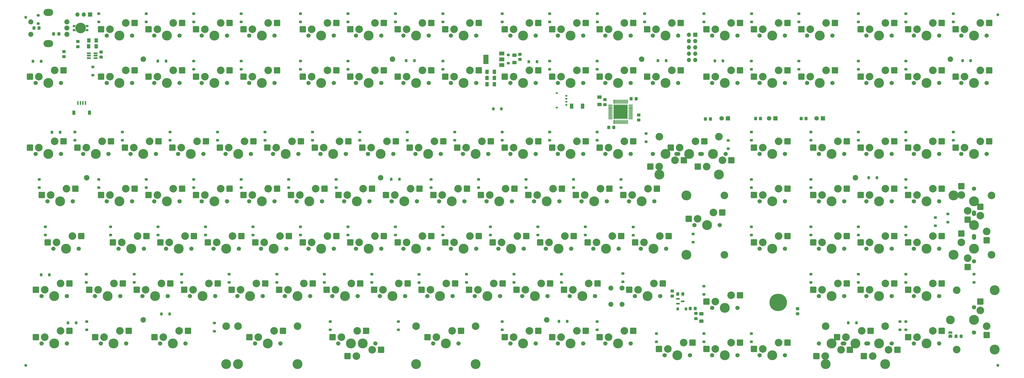
<source format=gbr>
G04 #@! TF.GenerationSoftware,KiCad,Pcbnew,7.0.2*
G04 #@! TF.CreationDate,2023-06-04T01:27:27-04:00*
G04 #@! TF.ProjectId,Boston-keyboard-V082DHI,426f7374-6f6e-42d6-9b65-79626f617264,rev?*
G04 #@! TF.SameCoordinates,Original*
G04 #@! TF.FileFunction,Soldermask,Bot*
G04 #@! TF.FilePolarity,Negative*
%FSLAX46Y46*%
G04 Gerber Fmt 4.6, Leading zero omitted, Abs format (unit mm)*
G04 Created by KiCad (PCBNEW 7.0.2) date 2023-06-04 01:27:27*
%MOMM*%
%LPD*%
G01*
G04 APERTURE LIST*
G04 Aperture macros list*
%AMRoundRect*
0 Rectangle with rounded corners*
0 $1 Rounding radius*
0 $2 $3 $4 $5 $6 $7 $8 $9 X,Y pos of 4 corners*
0 Add a 4 corners polygon primitive as box body*
4,1,4,$2,$3,$4,$5,$6,$7,$8,$9,$2,$3,0*
0 Add four circle primitives for the rounded corners*
1,1,$1+$1,$2,$3*
1,1,$1+$1,$4,$5*
1,1,$1+$1,$6,$7*
1,1,$1+$1,$8,$9*
0 Add four rect primitives between the rounded corners*
20,1,$1+$1,$2,$3,$4,$5,0*
20,1,$1+$1,$4,$5,$6,$7,0*
20,1,$1+$1,$6,$7,$8,$9,0*
20,1,$1+$1,$8,$9,$2,$3,0*%
%AMFreePoly0*
4,1,6,1.000000,0.000000,0.500000,-0.750000,-0.500000,-0.750000,-0.500000,0.750000,0.500000,0.750000,1.000000,0.000000,1.000000,0.000000,$1*%
%AMFreePoly1*
4,1,6,0.500000,-0.750000,-0.650000,-0.750000,-0.150000,0.000000,-0.650000,0.750000,0.500000,0.750000,0.500000,-0.750000,0.500000,-0.750000,$1*%
%AMFreePoly2*
4,1,28,0.525059,0.400000,0.532182,0.397024,0.539142,0.394142,0.539153,0.394113,0.539183,0.394101,0.542090,0.387022,0.545000,0.380000,0.545000,-0.380000,0.539142,-0.394142,0.525000,-0.400000,-0.650000,-0.400000,-0.664142,-0.394142,-0.670000,-0.380000,-0.664142,-0.365858,-0.650000,-0.360000,-0.645403,-0.360000,-0.649771,-0.349394,-0.646861,-0.337380,-0.596034,-0.254811,-0.509604,-0.081220,
-0.439105,0.099429,-0.385107,0.285677,-0.366569,0.380847,-0.365754,0.382315,-0.365871,0.382599,-0.359972,0.396724,-0.345813,0.402541,0.525059,0.400000,0.525059,0.400000,$1*%
%AMFreePoly3*
4,1,27,0.539142,0.394142,0.545000,0.380000,0.545000,-0.380000,0.542090,-0.387022,0.539183,-0.394101,0.539153,-0.394113,0.539142,-0.394142,0.532182,-0.397024,0.525059,-0.400000,-0.345813,-0.402541,-0.359972,-0.396724,-0.365871,-0.382599,-0.360054,-0.368440,-0.356003,-0.366748,-0.366375,-0.362091,-0.372521,-0.351367,-0.392501,-0.256009,-0.449448,-0.069660,-0.522971,0.110794,-0.612470,0.283880,
-0.664821,0.366049,-0.665820,0.369911,-0.670000,0.380000,-0.664142,0.394142,-0.650000,0.400000,0.525000,0.400000,0.539142,0.394142,0.539142,0.394142,$1*%
%AMFreePoly4*
4,1,31,0.319736,0.407785,0.429772,0.357533,0.521194,0.278316,0.586594,0.176551,0.620674,0.060484,0.620674,-0.060484,0.586594,-0.176551,0.521194,-0.278316,0.429772,-0.357533,0.319736,-0.407785,0.199999,-0.425000,-0.575001,-0.424979,-0.592678,-0.417657,-0.600000,-0.399978,-0.592678,-0.382301,-0.590938,-0.381580,-0.588854,-0.372453,-0.535362,-0.282963,-0.445108,-0.094990,-0.372348,0.100422,
-0.317686,0.301647,-0.299623,0.404329,-0.293189,0.416443,-0.292678,0.417678,-0.292493,0.417754,-0.292376,0.417975,-0.278492,0.424755,-0.276455,0.424396,-0.275000,0.425000,0.200000,0.425000,0.319736,0.407785,0.319736,0.407785,$1*%
G04 Aperture macros list end*
%ADD10C,0.800000*%
%ADD11C,7.000000*%
%ADD12C,2.200000*%
%ADD13R,1.800000X1.800000*%
%ADD14C,1.800000*%
%ADD15C,1.152000*%
%ADD16C,2.000000*%
%ADD17R,1.700000X1.700000*%
%ADD18O,1.700000X1.700000*%
%ADD19C,3.500000*%
%ADD20RoundRect,0.250000X-0.350000X0.250000X-0.350000X-0.250000X0.350000X-0.250000X0.350000X0.250000X0*%
%ADD21C,1.701800*%
%ADD22C,3.048000*%
%ADD23C,3.987800*%
%ADD24RoundRect,0.254000X1.016000X1.016000X-1.016000X1.016000X-1.016000X-1.016000X1.016000X-1.016000X0*%
%ADD25RoundRect,0.250001X0.624999X-0.462499X0.624999X0.462499X-0.624999X0.462499X-0.624999X-0.462499X0*%
%ADD26RoundRect,0.250000X0.250000X0.350000X-0.250000X0.350000X-0.250000X-0.350000X0.250000X-0.350000X0*%
%ADD27RoundRect,0.250001X-0.462499X-0.624999X0.462499X-0.624999X0.462499X0.624999X-0.462499X0.624999X0*%
%ADD28R,2.000000X1.500000*%
%ADD29R,2.000000X3.800000*%
%ADD30RoundRect,0.254000X-1.016000X1.016000X-1.016000X-1.016000X1.016000X-1.016000X1.016000X1.016000X0*%
%ADD31RoundRect,0.250000X-0.450000X0.325000X-0.450000X-0.325000X0.450000X-0.325000X0.450000X0.325000X0*%
%ADD32RoundRect,0.254000X-1.016000X-1.016000X1.016000X-1.016000X1.016000X1.016000X-1.016000X1.016000X0*%
%ADD33RoundRect,0.250000X0.350000X0.450000X-0.350000X0.450000X-0.350000X-0.450000X0.350000X-0.450000X0*%
%ADD34RoundRect,0.150000X0.275000X-0.150000X0.275000X0.150000X-0.275000X0.150000X-0.275000X-0.150000X0*%
%ADD35RoundRect,0.175000X0.225000X-0.175000X0.225000X0.175000X-0.225000X0.175000X-0.225000X-0.175000X0*%
%ADD36R,1.400000X2.100000*%
%ADD37RoundRect,0.250000X-0.450000X0.350000X-0.450000X-0.350000X0.450000X-0.350000X0.450000X0.350000X0*%
%ADD38RoundRect,0.250000X0.350000X-0.250000X0.350000X0.250000X-0.350000X0.250000X-0.350000X-0.250000X0*%
%ADD39FreePoly0,90.000000*%
%ADD40FreePoly1,90.000000*%
%ADD41RoundRect,0.250001X-0.624999X0.462499X-0.624999X-0.462499X0.624999X-0.462499X0.624999X0.462499X0*%
%ADD42RoundRect,0.250000X0.450000X-0.325000X0.450000X0.325000X-0.450000X0.325000X-0.450000X-0.325000X0*%
%ADD43RoundRect,0.254000X1.016000X-1.016000X1.016000X1.016000X-1.016000X1.016000X-1.016000X-1.016000X0*%
%ADD44RoundRect,0.075000X0.662500X0.075000X-0.662500X0.075000X-0.662500X-0.075000X0.662500X-0.075000X0*%
%ADD45RoundRect,0.075000X0.075000X0.662500X-0.075000X0.662500X-0.075000X-0.662500X0.075000X-0.662500X0*%
%ADD46C,2.032000*%
%ADD47O,3.900000X2.799999*%
%ADD48RoundRect,0.250000X0.325000X0.450000X-0.325000X0.450000X-0.325000X-0.450000X0.325000X-0.450000X0*%
%ADD49RoundRect,0.250000X-0.325000X-0.450000X0.325000X-0.450000X0.325000X0.450000X-0.325000X0.450000X0*%
%ADD50R,1.560000X0.650000*%
%ADD51R,0.600000X1.550000*%
%ADD52C,0.500000*%
%ADD53R,1.200000X1.800000*%
%ADD54RoundRect,0.062500X0.375000X0.062500X-0.375000X0.062500X-0.375000X-0.062500X0.375000X-0.062500X0*%
%ADD55RoundRect,0.062500X0.062500X0.375000X-0.062500X0.375000X-0.062500X-0.375000X0.062500X-0.375000X0*%
%ADD56R,5.600000X5.600000*%
%ADD57C,4.250000*%
%ADD58FreePoly2,180.000000*%
%ADD59FreePoly3,180.000000*%
%ADD60FreePoly4,0.000000*%
%ADD61FreePoly3,0.000000*%
%ADD62RoundRect,0.150000X-0.587500X-0.150000X0.587500X-0.150000X0.587500X0.150000X-0.587500X0.150000X0*%
G04 APERTURE END LIST*
D10*
X356268500Y-146649500D03*
X357037345Y-144793345D03*
X357037345Y-148505655D03*
X358893500Y-144024500D03*
D11*
X358893500Y-146649500D03*
D10*
X358893500Y-149274500D03*
X360749655Y-144793345D03*
X360749655Y-148505655D03*
X361518500Y-146649500D03*
D12*
X304125200Y-48899992D03*
X389850272Y-96525032D03*
X427950304Y-48899992D03*
D13*
X338732500Y-72712500D03*
D14*
X336192500Y-72712500D03*
D15*
X447000000Y-31000000D03*
D13*
X357782500Y-72712500D03*
D14*
X355242500Y-72712500D03*
D16*
X291750000Y-147400000D03*
X291750000Y-140900000D03*
X296250000Y-147400000D03*
X296250000Y-140900000D03*
D17*
X82825000Y-30950000D03*
D18*
X80285000Y-30950000D03*
X77745000Y-30950000D03*
D15*
X57000000Y-172000000D03*
D12*
X266025168Y-153675080D03*
D15*
X57000000Y-32000000D03*
D12*
X199350112Y-96525032D03*
X104100032Y-153675080D03*
X204112500Y-48900000D03*
D19*
X427950304Y-153675080D03*
D12*
X81478138Y-96525032D03*
D17*
X325655625Y-39087500D03*
D18*
X323115625Y-39087500D03*
X325655625Y-41627500D03*
X323115625Y-41627500D03*
X325655625Y-44167500D03*
X323115625Y-44167500D03*
X325655625Y-46707500D03*
X323115625Y-46707500D03*
X325655625Y-49247500D03*
X323115625Y-49247500D03*
D13*
X376832500Y-72712500D03*
D14*
X374292500Y-72712500D03*
D15*
X447000000Y-172000000D03*
D20*
X124340625Y-97256250D03*
X124340625Y-100556250D03*
D21*
X280630000Y-87000000D03*
D22*
X278090000Y-81920000D03*
D23*
X275550000Y-87000000D03*
D22*
X271740000Y-84460000D03*
D21*
X270470000Y-87000000D03*
D24*
X281646000Y-81920000D03*
X268184000Y-84460000D03*
D23*
X401788000Y-171455000D03*
D22*
X401788000Y-156215000D03*
D21*
X394930000Y-163200000D03*
D22*
X392390000Y-158120000D03*
D23*
X389850000Y-163200000D03*
D22*
X386040000Y-160660000D03*
D21*
X384770000Y-163200000D03*
D23*
X377912000Y-171455000D03*
D22*
X377912000Y-156215000D03*
D24*
X395946000Y-158120000D03*
X382484000Y-160660000D03*
D25*
X253100000Y-50212500D03*
X253100000Y-47237500D03*
D20*
X238640625Y-97256250D03*
X238640625Y-100556250D03*
D26*
X262150000Y-49925000D03*
X258850000Y-49925000D03*
D27*
X242012500Y-53925000D03*
X244987500Y-53925000D03*
D21*
X256817500Y-125100000D03*
D22*
X254277500Y-120020000D03*
D23*
X251737500Y-125100000D03*
D22*
X247927500Y-122560000D03*
D21*
X246657500Y-125100000D03*
D24*
X257833500Y-120020000D03*
X244371500Y-122560000D03*
D20*
X286265625Y-49631250D03*
X286265625Y-52931250D03*
D21*
X423505000Y-163200000D03*
D22*
X420965000Y-158120000D03*
D23*
X418425000Y-163200000D03*
D22*
X414615000Y-160660000D03*
D21*
X413345000Y-163200000D03*
D24*
X424521000Y-158120000D03*
X411059000Y-160660000D03*
D21*
X261580000Y-163200000D03*
D22*
X259040000Y-158120000D03*
D23*
X256500000Y-163200000D03*
D22*
X252690000Y-160660000D03*
D21*
X251420000Y-163200000D03*
D24*
X262596000Y-158120000D03*
X249134000Y-160660000D03*
D20*
X224353125Y-49631250D03*
X224353125Y-52931250D03*
D21*
X99655000Y-58425000D03*
D22*
X97115000Y-53345000D03*
D23*
X94575000Y-58425000D03*
D22*
X90765000Y-55885000D03*
D21*
X89495000Y-58425000D03*
D24*
X100671000Y-53345000D03*
X87209000Y-55885000D03*
D21*
X309205000Y-106050000D03*
D22*
X306665000Y-100970000D03*
D23*
X304125000Y-106050000D03*
D22*
X300315000Y-103510000D03*
D21*
X299045000Y-106050000D03*
D24*
X310221000Y-100970000D03*
X296759000Y-103510000D03*
D28*
X247950000Y-46625000D03*
X247950000Y-48925000D03*
D29*
X241650000Y-48925000D03*
D28*
X247950000Y-51225000D03*
D20*
X276778750Y-97256250D03*
X276778750Y-100556250D03*
D21*
X218717500Y-39375000D03*
D22*
X216177500Y-34295000D03*
D23*
X213637500Y-39375000D03*
D22*
X209827500Y-36835000D03*
D21*
X208557500Y-39375000D03*
D24*
X219733500Y-34295000D03*
X206271500Y-36835000D03*
D20*
X348178125Y-78206250D03*
X348178125Y-81506250D03*
D27*
X242012500Y-58925000D03*
X244987500Y-58925000D03*
D26*
X63150000Y-49725000D03*
X59850000Y-49725000D03*
D21*
X437475000Y-100970000D03*
D22*
X432395000Y-103510000D03*
D23*
X437475000Y-106050000D03*
D22*
X434935000Y-109860000D03*
D21*
X437475000Y-111130000D03*
D30*
X432395000Y-99954000D03*
X434935000Y-113416000D03*
D31*
X87200000Y-46000000D03*
X87200000Y-48050000D03*
D21*
X342542500Y-58425000D03*
D22*
X340002500Y-53345000D03*
D23*
X337462500Y-58425000D03*
D22*
X333652500Y-55885000D03*
D21*
X332382500Y-58425000D03*
D24*
X343558500Y-53345000D03*
X330096500Y-55885000D03*
D21*
X361592500Y-125100000D03*
D22*
X359052500Y-120020000D03*
D23*
X356512500Y-125100000D03*
D22*
X352702500Y-122560000D03*
D21*
X351432500Y-125100000D03*
D24*
X362608500Y-120020000D03*
X349146500Y-122560000D03*
D20*
X348216250Y-30581250D03*
X348216250Y-33881250D03*
D21*
X361592500Y-106050000D03*
D22*
X359052500Y-100970000D03*
D23*
X356512500Y-106050000D03*
D22*
X352702500Y-103510000D03*
D21*
X351432500Y-106050000D03*
D24*
X362608500Y-100970000D03*
X349146500Y-103510000D03*
D20*
X76715625Y-78206250D03*
X76715625Y-81506250D03*
X114853750Y-78206250D03*
X114853750Y-81506250D03*
D26*
X212906372Y-49495305D03*
X209606372Y-49495305D03*
D27*
X82262500Y-41325000D03*
X85237500Y-41325000D03*
D21*
X423505000Y-125100000D03*
D22*
X420965000Y-120020000D03*
D23*
X418425000Y-125100000D03*
D22*
X414615000Y-122560000D03*
D21*
X413345000Y-125100000D03*
D24*
X424521000Y-120020000D03*
X411059000Y-122560000D03*
D21*
X97273750Y-163200000D03*
D22*
X94733750Y-158120000D03*
D23*
X92193750Y-163200000D03*
D22*
X88383750Y-160660000D03*
D21*
X87113750Y-163200000D03*
D24*
X98289750Y-158120000D03*
X84827750Y-160660000D03*
D21*
X73461250Y-144150000D03*
D22*
X70921250Y-139070000D03*
D23*
X68381250Y-144150000D03*
D22*
X64571250Y-141610000D03*
D21*
X63301250Y-144150000D03*
D24*
X74477250Y-139070000D03*
X61015250Y-141610000D03*
D21*
X394295000Y-163200000D03*
D22*
X396835000Y-168280000D03*
D23*
X399375000Y-163200000D03*
D22*
X403185000Y-165740000D03*
D21*
X404455000Y-163200000D03*
D32*
X393279000Y-168280000D03*
X406741000Y-165740000D03*
D20*
X243403125Y-116306250D03*
X243403125Y-119606250D03*
D21*
X142517500Y-125100000D03*
D22*
X139977500Y-120020000D03*
D23*
X137437500Y-125100000D03*
D22*
X133627500Y-122560000D03*
D21*
X132357500Y-125100000D03*
D24*
X143533500Y-120020000D03*
X130071500Y-122560000D03*
D21*
X299680000Y-39375000D03*
D22*
X297140000Y-34295000D03*
D23*
X294600000Y-39375000D03*
D22*
X290790000Y-36835000D03*
D21*
X289520000Y-39375000D03*
D24*
X300696000Y-34295000D03*
X287234000Y-36835000D03*
D21*
X132992500Y-144150000D03*
D22*
X130452500Y-139070000D03*
D23*
X127912500Y-144150000D03*
D22*
X124102500Y-141610000D03*
D21*
X122832500Y-144150000D03*
D24*
X134008500Y-139070000D03*
X120546500Y-141610000D03*
D20*
X407709375Y-154406250D03*
X407709375Y-157706250D03*
X329128125Y-30581250D03*
X329128125Y-33881250D03*
D21*
X266342500Y-144150000D03*
D22*
X263802500Y-139070000D03*
D23*
X261262500Y-144150000D03*
D22*
X257452500Y-141610000D03*
D21*
X256182500Y-144150000D03*
D24*
X267358500Y-139070000D03*
X253896500Y-141610000D03*
D21*
X218717500Y-125100000D03*
D22*
X216177500Y-120020000D03*
D23*
X213637500Y-125100000D03*
D22*
X209827500Y-122560000D03*
D21*
X208557500Y-125100000D03*
D24*
X219733500Y-120020000D03*
X206271500Y-122560000D03*
D20*
X172003750Y-78206250D03*
X172003750Y-81506250D03*
D21*
X185380000Y-87000000D03*
D22*
X182840000Y-81920000D03*
D23*
X180300000Y-87000000D03*
D22*
X176490000Y-84460000D03*
D21*
X175220000Y-87000000D03*
D24*
X186396000Y-81920000D03*
X172934000Y-84460000D03*
D22*
X337303750Y-127513000D03*
X337303750Y-103637000D03*
D21*
X335398750Y-115575000D03*
D22*
X332858750Y-110495000D03*
D23*
X330318750Y-115575000D03*
D22*
X326508750Y-113035000D03*
D21*
X325238750Y-115575000D03*
D23*
X322063750Y-127513000D03*
X322063750Y-103637000D03*
D24*
X336414750Y-110495000D03*
X322952750Y-113035000D03*
D20*
X219590625Y-97256250D03*
X219590625Y-100556250D03*
D21*
X299680000Y-87000000D03*
D22*
X297140000Y-81920000D03*
D23*
X294600000Y-87000000D03*
D22*
X290790000Y-84460000D03*
D21*
X289520000Y-87000000D03*
D24*
X300696000Y-81920000D03*
X287234000Y-84460000D03*
D20*
X300700000Y-116375000D03*
X300700000Y-119675000D03*
D21*
X156805000Y-58425000D03*
D22*
X154265000Y-53345000D03*
D23*
X151725000Y-58425000D03*
D22*
X147915000Y-55885000D03*
D21*
X146645000Y-58425000D03*
D24*
X157821000Y-53345000D03*
X144359000Y-55885000D03*
D21*
X199667500Y-125100000D03*
D22*
X197127500Y-120020000D03*
D23*
X194587500Y-125100000D03*
D22*
X190777500Y-122560000D03*
D21*
X189507500Y-125100000D03*
D24*
X200683500Y-120020000D03*
X187221500Y-122560000D03*
D26*
X70750000Y-78225000D03*
X67450000Y-78225000D03*
D21*
X261580160Y-39375000D03*
D22*
X259040160Y-34295000D03*
D23*
X256500160Y-39375000D03*
D22*
X252690160Y-36835000D03*
D21*
X251420160Y-39375000D03*
D24*
X262596160Y-34295000D03*
X249134160Y-36835000D03*
D20*
X167241250Y-116306250D03*
X167241250Y-119606250D03*
D21*
X223480000Y-87000000D03*
D22*
X220940000Y-81920000D03*
D23*
X218400000Y-87000000D03*
D22*
X214590000Y-84460000D03*
D21*
X213320000Y-87000000D03*
D24*
X224496000Y-81920000D03*
X211034000Y-84460000D03*
D21*
X442555000Y-87000000D03*
D22*
X440015000Y-81920000D03*
D23*
X437475000Y-87000000D03*
D22*
X433665000Y-84460000D03*
D21*
X432395000Y-87000000D03*
D24*
X443571000Y-81920000D03*
X430109000Y-84460000D03*
D20*
X296600000Y-135075000D03*
X296600000Y-138375000D03*
X410090625Y-97256250D03*
X410090625Y-100556250D03*
D31*
X289400000Y-65139069D03*
X289400000Y-67189069D03*
D21*
X118705000Y-106050000D03*
D22*
X116165000Y-100970000D03*
D23*
X113625000Y-106050000D03*
D22*
X109815000Y-103510000D03*
D21*
X108545000Y-106050000D03*
D24*
X119721000Y-100970000D03*
X106259000Y-103510000D03*
D21*
X194905000Y-106050000D03*
D22*
X192365000Y-100970000D03*
D23*
X189825000Y-106050000D03*
D22*
X186015000Y-103510000D03*
D21*
X184745000Y-106050000D03*
D24*
X195921000Y-100970000D03*
X182459000Y-103510000D03*
D20*
X61975000Y-31275000D03*
X61975000Y-34575000D03*
D21*
X113942500Y-144150000D03*
D22*
X111402500Y-139070000D03*
D23*
X108862500Y-144150000D03*
D22*
X105052500Y-141610000D03*
D21*
X103782500Y-144150000D03*
D24*
X114958500Y-139070000D03*
X101496500Y-141610000D03*
D21*
X404455000Y-144150000D03*
D22*
X401915000Y-139070000D03*
D23*
X399375000Y-144150000D03*
D22*
X395565000Y-141610000D03*
D21*
X394295000Y-144150000D03*
D24*
X405471000Y-139070000D03*
X392009000Y-141610000D03*
D21*
X190142500Y-144150000D03*
D22*
X187602500Y-139070000D03*
D23*
X185062500Y-144150000D03*
D22*
X181252500Y-141610000D03*
D21*
X179982500Y-144150000D03*
D24*
X191158500Y-139070000D03*
X177696500Y-141610000D03*
D20*
X367228125Y-30581250D03*
X367228125Y-33881250D03*
D21*
X90130000Y-87000000D03*
D22*
X87590000Y-81920000D03*
D23*
X85050000Y-87000000D03*
D22*
X81240000Y-84460000D03*
D21*
X79970000Y-87000000D03*
D24*
X91146000Y-81920000D03*
X77684000Y-84460000D03*
D23*
X335113000Y-95255000D03*
D22*
X335113000Y-80015000D03*
D21*
X328255000Y-87000000D03*
D22*
X325715000Y-81920000D03*
D23*
X323175000Y-87000000D03*
D22*
X319365000Y-84460000D03*
D21*
X318095000Y-87000000D03*
D23*
X311237000Y-95255000D03*
D22*
X311237000Y-80015000D03*
D24*
X329271000Y-81920000D03*
X315809000Y-84460000D03*
D20*
X143390625Y-30581250D03*
X143390625Y-33881250D03*
D21*
X128230000Y-87000000D03*
D22*
X125690000Y-81920000D03*
D23*
X123150000Y-87000000D03*
D22*
X119340000Y-84460000D03*
D21*
X118070000Y-87000000D03*
D24*
X129246000Y-81920000D03*
X115784000Y-84460000D03*
D21*
X313967500Y-125100000D03*
D22*
X311427500Y-120020000D03*
D23*
X308887500Y-125100000D03*
D22*
X305077500Y-122560000D03*
D21*
X303807500Y-125100000D03*
D24*
X314983500Y-120020000D03*
X301521500Y-122560000D03*
D31*
X366700000Y-149200000D03*
X366700000Y-151250000D03*
D20*
X437475000Y-135356250D03*
X437475000Y-138656250D03*
D21*
X423505000Y-87000000D03*
D22*
X420965000Y-81920000D03*
D23*
X418425000Y-87000000D03*
D22*
X414615000Y-84460000D03*
D21*
X413345000Y-87000000D03*
D24*
X424521000Y-81920000D03*
X411059000Y-84460000D03*
D21*
X94892500Y-144150000D03*
D22*
X92352500Y-139070000D03*
D23*
X89812500Y-144150000D03*
D22*
X86002500Y-141610000D03*
D21*
X84732500Y-144150000D03*
D24*
X95908500Y-139070000D03*
X82446500Y-141610000D03*
D21*
X442555000Y-58425000D03*
D22*
X440015000Y-53345000D03*
D23*
X437475000Y-58425000D03*
D22*
X433665000Y-55885000D03*
D21*
X432395000Y-58425000D03*
D24*
X443571000Y-53345000D03*
X430109000Y-55885000D03*
D21*
X199667606Y-39375000D03*
D22*
X197127606Y-34295000D03*
D23*
X194587606Y-39375000D03*
D22*
X190777606Y-36835000D03*
D21*
X189507606Y-39375000D03*
D24*
X200683606Y-34295000D03*
X187221606Y-36835000D03*
D21*
X404455000Y-39375000D03*
D22*
X401915000Y-34295000D03*
D23*
X399375000Y-39375000D03*
D22*
X395565000Y-36835000D03*
D21*
X394295000Y-39375000D03*
D24*
X405471000Y-34295000D03*
X392009000Y-36835000D03*
D20*
X205341250Y-30581250D03*
X205341250Y-33881250D03*
D21*
X156805000Y-39375000D03*
D22*
X154265000Y-34295000D03*
D23*
X151725000Y-39375000D03*
D22*
X147915000Y-36835000D03*
D21*
X146645000Y-39375000D03*
D24*
X157821000Y-34295000D03*
X144359000Y-36835000D03*
D20*
X124340625Y-49631250D03*
X124340625Y-52931250D03*
D31*
X77900000Y-41800000D03*
X77900000Y-43850000D03*
D20*
X81478125Y-154406250D03*
X81478125Y-157706250D03*
D33*
X351800000Y-72725000D03*
X349800000Y-72725000D03*
D21*
X275867500Y-125100000D03*
D22*
X273327500Y-120020000D03*
D23*
X270787500Y-125100000D03*
D22*
X266977500Y-122560000D03*
D21*
X265707500Y-125100000D03*
D24*
X276883500Y-120020000D03*
X263421500Y-122560000D03*
D21*
X237767500Y-58425000D03*
D22*
X235227500Y-53345000D03*
D23*
X232687500Y-58425000D03*
D22*
X228877500Y-55885000D03*
D21*
X227607500Y-58425000D03*
D24*
X238783500Y-53345000D03*
X225321500Y-55885000D03*
D34*
X273875000Y-67225000D03*
X273875000Y-66025000D03*
X273875000Y-64825000D03*
X273875000Y-63625000D03*
D35*
X270100000Y-68375000D03*
X270100000Y-62475000D03*
D21*
X404455000Y-125100000D03*
D22*
X401915000Y-120020000D03*
D23*
X399375000Y-125100000D03*
D22*
X395565000Y-122560000D03*
D21*
X394295000Y-125100000D03*
D24*
X405471000Y-120020000D03*
X392009000Y-122560000D03*
D36*
X280400000Y-67725000D03*
X276000000Y-67725000D03*
D21*
X280630000Y-39375000D03*
D22*
X278090000Y-34295000D03*
D23*
X275550000Y-39375000D03*
D22*
X271740000Y-36835000D03*
D21*
X270470000Y-39375000D03*
D24*
X281646000Y-34295000D03*
X268184000Y-36835000D03*
D21*
X342542500Y-148912500D03*
D22*
X340002500Y-143832500D03*
D23*
X337462500Y-148912500D03*
D22*
X333652500Y-146372500D03*
D21*
X332382500Y-148912500D03*
D24*
X343558500Y-143832500D03*
X330096500Y-146372500D03*
D20*
X64809375Y-116306250D03*
X64809375Y-119606250D03*
X348178125Y-159168750D03*
X348178125Y-162468750D03*
D21*
X209192500Y-144150000D03*
D22*
X206652500Y-139070000D03*
D23*
X204112500Y-144150000D03*
D22*
X200302500Y-141610000D03*
D21*
X199032500Y-144150000D03*
D24*
X210208500Y-139070000D03*
X196746500Y-141610000D03*
D23*
X237481750Y-171455000D03*
D22*
X237481750Y-156215000D03*
D21*
X230623750Y-163200000D03*
D22*
X228083750Y-158120000D03*
D23*
X225543750Y-163200000D03*
D22*
X221733750Y-160660000D03*
D21*
X220463750Y-163200000D03*
D23*
X213605750Y-171455000D03*
D22*
X213605750Y-156215000D03*
D24*
X231639750Y-158120000D03*
X218177750Y-160660000D03*
D20*
X124340625Y-30581250D03*
X124340625Y-33881250D03*
D37*
X255300000Y-46925000D03*
X255300000Y-48925000D03*
D20*
X91003125Y-116306250D03*
X91003125Y-119606250D03*
D38*
X324800000Y-122425000D03*
X324800000Y-119125000D03*
D21*
X180617500Y-58425000D03*
D22*
X178077500Y-53345000D03*
D23*
X175537500Y-58425000D03*
D22*
X171727500Y-55885000D03*
D21*
X170457500Y-58425000D03*
D24*
X181633500Y-53345000D03*
X168171500Y-55885000D03*
D21*
X437475000Y-120020000D03*
D22*
X432395000Y-122560000D03*
D23*
X437475000Y-125100000D03*
D22*
X434935000Y-128910000D03*
D21*
X437475000Y-130180000D03*
D30*
X432395000Y-119004000D03*
X434935000Y-132466000D03*
D39*
X427950304Y-160353210D03*
D40*
X427950304Y-158903210D03*
D21*
X327620000Y-87000000D03*
D22*
X330160000Y-92080000D03*
D23*
X332700000Y-87000000D03*
D22*
X336510000Y-89540000D03*
D21*
X337780000Y-87000000D03*
D32*
X326604000Y-92080000D03*
X340066000Y-89540000D03*
D20*
X119578125Y-135356250D03*
X119578125Y-138656250D03*
D21*
X187126250Y-163200000D03*
D22*
X189666250Y-168280000D03*
D23*
X192206250Y-163200000D03*
D22*
X196016250Y-165740000D03*
D21*
X197286250Y-163200000D03*
D32*
X186110250Y-168280000D03*
X199572250Y-165740000D03*
D20*
X295790625Y-97256250D03*
X295790625Y-100556250D03*
X83859375Y-52012500D03*
X83859375Y-55312500D03*
D21*
X180617590Y-39375000D03*
D22*
X178077590Y-34295000D03*
D23*
X175537590Y-39375000D03*
D22*
X171727590Y-36835000D03*
D21*
X170457590Y-39375000D03*
D24*
X181633590Y-34295000D03*
X168171590Y-36835000D03*
D21*
X290155000Y-106050000D03*
D22*
X287615000Y-100970000D03*
D23*
X285075000Y-106050000D03*
D22*
X281265000Y-103510000D03*
D21*
X279995000Y-106050000D03*
D24*
X291171000Y-100970000D03*
X277709000Y-103510000D03*
D21*
X308570000Y-87000000D03*
D22*
X311110000Y-92080000D03*
D23*
X313650000Y-87000000D03*
D22*
X317460000Y-89540000D03*
D21*
X318730000Y-87000000D03*
D32*
X307554000Y-92080000D03*
X321016000Y-89540000D03*
D21*
X404455000Y-106050000D03*
D22*
X401915000Y-100970000D03*
D23*
X399375000Y-106050000D03*
D22*
X395565000Y-103510000D03*
D21*
X394295000Y-106050000D03*
D24*
X405471000Y-100970000D03*
X392009000Y-103510000D03*
D20*
X329128125Y-140118750D03*
X329128125Y-143418750D03*
D21*
X118705000Y-39375000D03*
D22*
X116165000Y-34295000D03*
D23*
X113625000Y-39375000D03*
D22*
X109815000Y-36835000D03*
D21*
X108545000Y-39375000D03*
D24*
X119721000Y-34295000D03*
X106259000Y-36835000D03*
D41*
X328100000Y-151237500D03*
X328100000Y-154212500D03*
D21*
X237767500Y-125100000D03*
D22*
X235227500Y-120020000D03*
D23*
X232687500Y-125100000D03*
D22*
X228877500Y-122560000D03*
D21*
X227607500Y-125100000D03*
D24*
X238783500Y-120020000D03*
X225321500Y-122560000D03*
D20*
X348178125Y-116306250D03*
X348178125Y-119606250D03*
D21*
X137755000Y-106050000D03*
D22*
X135215000Y-100970000D03*
D23*
X132675000Y-106050000D03*
D22*
X128865000Y-103510000D03*
D21*
X127595000Y-106050000D03*
D24*
X138771000Y-100970000D03*
X125309000Y-103510000D03*
D21*
X199667500Y-58425000D03*
D22*
X197127500Y-53345000D03*
D23*
X194587500Y-58425000D03*
D22*
X190777500Y-55885000D03*
D21*
X189507500Y-58425000D03*
D24*
X200683500Y-53345000D03*
X187221500Y-55885000D03*
D26*
X436148747Y-49495305D03*
X432848747Y-49495305D03*
D23*
X166044250Y-171455000D03*
D22*
X166044250Y-156215000D03*
D21*
X159186250Y-163200000D03*
D22*
X156646250Y-158120000D03*
D23*
X154106250Y-163200000D03*
D22*
X150296250Y-160660000D03*
D21*
X149026250Y-163200000D03*
D23*
X142168250Y-171455000D03*
D22*
X142168250Y-156215000D03*
D24*
X160202250Y-158120000D03*
X146740250Y-160660000D03*
D20*
X305911139Y-78801581D03*
X305911139Y-82101581D03*
X129103125Y-116306250D03*
X129103125Y-119606250D03*
D42*
X302900000Y-73350000D03*
X302900000Y-71300000D03*
D21*
X171092500Y-144150000D03*
D22*
X168552500Y-139070000D03*
D23*
X166012500Y-144150000D03*
D22*
X162202500Y-141610000D03*
D21*
X160932500Y-144150000D03*
D24*
X172108500Y-139070000D03*
X158646500Y-141610000D03*
D21*
X342542500Y-167962500D03*
D22*
X340002500Y-162882500D03*
D23*
X337462500Y-167962500D03*
D22*
X333652500Y-165422500D03*
D21*
X332382500Y-167962500D03*
D24*
X343558500Y-162882500D03*
X330096500Y-165422500D03*
D21*
X75842500Y-106050000D03*
D22*
X73302500Y-100970000D03*
D23*
X70762500Y-106050000D03*
D22*
X66952500Y-103510000D03*
D21*
X65682500Y-106050000D03*
D24*
X76858500Y-100970000D03*
X63396500Y-103510000D03*
D21*
X375245000Y-163200000D03*
D22*
X377785000Y-168280000D03*
D23*
X380325000Y-163200000D03*
D22*
X384135000Y-165740000D03*
D21*
X385405000Y-163200000D03*
D32*
X374229000Y-168280000D03*
X387691000Y-165740000D03*
D20*
X329128125Y-159168750D03*
X329128125Y-162468750D03*
X371990625Y-97256250D03*
X371990625Y-100556250D03*
D21*
X99655000Y-106050000D03*
D22*
X97115000Y-100970000D03*
D23*
X94575000Y-106050000D03*
D22*
X90765000Y-103510000D03*
D21*
X89495000Y-106050000D03*
D24*
X100671000Y-100970000D03*
X87209000Y-103510000D03*
D20*
X338800000Y-81550000D03*
X338800000Y-84850000D03*
D21*
X71080000Y-58425000D03*
D22*
X68540000Y-53345000D03*
D23*
X66000000Y-58425000D03*
D22*
X62190000Y-55885000D03*
D21*
X60920000Y-58425000D03*
D24*
X72096000Y-53345000D03*
X58634000Y-55885000D03*
D21*
X318730000Y-39375000D03*
D22*
X316190000Y-34295000D03*
D23*
X313650000Y-39375000D03*
D22*
X309840000Y-36835000D03*
D21*
X308570000Y-39375000D03*
D24*
X319746000Y-34295000D03*
X306284000Y-36835000D03*
D20*
X176766250Y-135356250D03*
X176766250Y-138656250D03*
X248165625Y-78206250D03*
X248165625Y-81506250D03*
D21*
X361592500Y-167962500D03*
D22*
X359052500Y-162882500D03*
D23*
X356512500Y-167962500D03*
D22*
X352702500Y-165422500D03*
D21*
X351432500Y-167962500D03*
D24*
X362608500Y-162882500D03*
X349146500Y-165422500D03*
D21*
X261580000Y-87000000D03*
D22*
X259040000Y-81920000D03*
D23*
X256500000Y-87000000D03*
D22*
X252690000Y-84460000D03*
D21*
X251420000Y-87000000D03*
D24*
X262596000Y-81920000D03*
X249134000Y-84460000D03*
D21*
X99655000Y-39375000D03*
D22*
X97115000Y-34295000D03*
D23*
X94575000Y-39375000D03*
D22*
X90765000Y-36835000D03*
D21*
X89495000Y-39375000D03*
D24*
X100671000Y-34295000D03*
X87209000Y-36835000D03*
D20*
X138628125Y-135356250D03*
X138628125Y-138656250D03*
D41*
X287200000Y-64081256D03*
X287200000Y-67056256D03*
D21*
X147280000Y-87000000D03*
D22*
X144740000Y-81920000D03*
D23*
X142200000Y-87000000D03*
D22*
X138390000Y-84460000D03*
D21*
X137120000Y-87000000D03*
D24*
X148296000Y-81920000D03*
X134834000Y-84460000D03*
D20*
X371990625Y-135356250D03*
X371990625Y-138656250D03*
X305315625Y-30581250D03*
X305315625Y-33881250D03*
D23*
X429220000Y-127513000D03*
D22*
X444460000Y-127513000D03*
D21*
X437475000Y-120655000D03*
D22*
X442555000Y-118115000D03*
D23*
X437475000Y-115575000D03*
D22*
X440015000Y-111765000D03*
D21*
X437475000Y-110495000D03*
D23*
X429220000Y-103637000D03*
D22*
X444460000Y-103637000D03*
D43*
X442555000Y-121671000D03*
X440015000Y-108209000D03*
D21*
X361592500Y-58425000D03*
D22*
X359052500Y-53345000D03*
D23*
X356512500Y-58425000D03*
D22*
X352702500Y-55885000D03*
D21*
X351432500Y-58425000D03*
D24*
X362608500Y-53345000D03*
X349146500Y-55885000D03*
D21*
X228242500Y-144150000D03*
D22*
X225702500Y-139070000D03*
D23*
X223162500Y-144150000D03*
D22*
X219352500Y-141610000D03*
D21*
X218082500Y-144150000D03*
D24*
X229258500Y-139070000D03*
X215796500Y-141610000D03*
D20*
X391040625Y-49631250D03*
X391040625Y-52931250D03*
X281503125Y-116306250D03*
X281503125Y-119606250D03*
X286265625Y-78206250D03*
X286265625Y-81506250D03*
D21*
X361592500Y-39375000D03*
D22*
X359052500Y-34295000D03*
D23*
X356512500Y-39375000D03*
D22*
X352702500Y-36835000D03*
D21*
X351432500Y-39375000D03*
D24*
X362608500Y-34295000D03*
X349146500Y-36835000D03*
D20*
X210065625Y-78206250D03*
X210065625Y-81506250D03*
X348178125Y-49631250D03*
X348178125Y-52931250D03*
D26*
X274223611Y-154270393D03*
X270923611Y-154270393D03*
D20*
X224391250Y-30581250D03*
X224391250Y-33881250D03*
D21*
X280630000Y-163200000D03*
D22*
X278090000Y-158120000D03*
D23*
X275550000Y-163200000D03*
D22*
X271740000Y-160660000D03*
D21*
X270470000Y-163200000D03*
D24*
X281646000Y-158120000D03*
X268184000Y-160660000D03*
D21*
X121086250Y-163200000D03*
D22*
X118546250Y-158120000D03*
D23*
X116006250Y-163200000D03*
D22*
X112196250Y-160660000D03*
D21*
X110926250Y-163200000D03*
D24*
X122102250Y-158120000D03*
X108640250Y-160660000D03*
D21*
X380642500Y-39375000D03*
D22*
X378102500Y-34295000D03*
D23*
X375562500Y-39375000D03*
D22*
X371752500Y-36835000D03*
D21*
X370482500Y-39375000D03*
D24*
X381658500Y-34295000D03*
X368196500Y-36835000D03*
D21*
X442555000Y-39375000D03*
D22*
X440015000Y-34295000D03*
D23*
X437475000Y-39375000D03*
D22*
X433665000Y-36835000D03*
D21*
X432395000Y-39375000D03*
D24*
X443571000Y-34295000D03*
X430109000Y-36835000D03*
D21*
X404455000Y-87000000D03*
D22*
X401915000Y-81920000D03*
D23*
X399375000Y-87000000D03*
D22*
X395565000Y-84460000D03*
D21*
X394295000Y-87000000D03*
D24*
X405471000Y-81920000D03*
X392009000Y-84460000D03*
D20*
X257690625Y-97256250D03*
X257690625Y-100556250D03*
X186253125Y-116306250D03*
X186253125Y-119606250D03*
D21*
X137755000Y-39375000D03*
D22*
X135215000Y-34295000D03*
D23*
X132675000Y-39375000D03*
D22*
X128865000Y-36835000D03*
D21*
X127595000Y-39375000D03*
D24*
X138771000Y-34295000D03*
X125309000Y-36835000D03*
D21*
X242530000Y-87000000D03*
D22*
X239990000Y-81920000D03*
D23*
X237450000Y-87000000D03*
D22*
X233640000Y-84460000D03*
D21*
X232370000Y-87000000D03*
D24*
X243546000Y-81920000D03*
X230084000Y-84460000D03*
D20*
X81240000Y-135356250D03*
X81240000Y-138656250D03*
D21*
X342542500Y-39375000D03*
D22*
X340002500Y-34295000D03*
D23*
X337462500Y-39375000D03*
D22*
X333652500Y-36835000D03*
D21*
X332382500Y-39375000D03*
D24*
X343558500Y-34295000D03*
X330096500Y-36835000D03*
D20*
X186253125Y-49631250D03*
X186253125Y-52931250D03*
X391040625Y-116306250D03*
X391040625Y-119606250D03*
D21*
X152042500Y-144150000D03*
D22*
X149502500Y-139070000D03*
D23*
X146962500Y-144150000D03*
D22*
X143152500Y-141610000D03*
D21*
X141882500Y-144150000D03*
D24*
X153058500Y-139070000D03*
X139596500Y-141610000D03*
D20*
X214828125Y-135396875D03*
X214828125Y-138696875D03*
D21*
X423505000Y-144150000D03*
D22*
X420965000Y-139070000D03*
D23*
X418425000Y-144150000D03*
D22*
X414615000Y-141610000D03*
D21*
X413345000Y-144150000D03*
D24*
X424521000Y-139070000D03*
X411059000Y-141610000D03*
D21*
X109180000Y-87000000D03*
D22*
X106640000Y-81920000D03*
D23*
X104100000Y-87000000D03*
D22*
X100290000Y-84460000D03*
D21*
X99020000Y-87000000D03*
D24*
X110196000Y-81920000D03*
X96734000Y-84460000D03*
D21*
X71080000Y-87000000D03*
D22*
X68540000Y-81920000D03*
D23*
X66000000Y-87000000D03*
D22*
X62190000Y-84460000D03*
D21*
X60920000Y-87000000D03*
D24*
X72096000Y-81920000D03*
X58634000Y-84460000D03*
D27*
X242012500Y-56425000D03*
X244987500Y-56425000D03*
D20*
X348178125Y-97256250D03*
X348178125Y-100556250D03*
X391040625Y-78206250D03*
X391040625Y-81506250D03*
D21*
X78223750Y-125100000D03*
D22*
X75683750Y-120020000D03*
D23*
X73143750Y-125100000D03*
D22*
X69333750Y-122560000D03*
D21*
X68063750Y-125100000D03*
D24*
X79239750Y-120020000D03*
X65777750Y-122560000D03*
D20*
X429140625Y-30581250D03*
X429140625Y-33881250D03*
X195816250Y-135356250D03*
X195816250Y-138656250D03*
D21*
X161567500Y-125100000D03*
D22*
X159027500Y-120020000D03*
D23*
X156487500Y-125100000D03*
D22*
X152677500Y-122560000D03*
D21*
X151407500Y-125100000D03*
D24*
X162583500Y-120020000D03*
X149121500Y-122560000D03*
D20*
X286265625Y-154406250D03*
X286265625Y-157706250D03*
D21*
X280630000Y-58425000D03*
D22*
X278090000Y-53345000D03*
D23*
X275550000Y-58425000D03*
D22*
X271740000Y-55885000D03*
D21*
X270470000Y-58425000D03*
D24*
X281646000Y-53345000D03*
X268184000Y-55885000D03*
D21*
X180617500Y-125100000D03*
D22*
X178077500Y-120020000D03*
D23*
X175537500Y-125100000D03*
D22*
X171727500Y-122560000D03*
D21*
X170457500Y-125100000D03*
D24*
X181633500Y-120020000D03*
X168171500Y-122560000D03*
D20*
X410090625Y-30581250D03*
X410090625Y-33881250D03*
D21*
X423505000Y-106050000D03*
D22*
X420965000Y-100970000D03*
D23*
X418425000Y-106050000D03*
D22*
X414615000Y-103510000D03*
D21*
X413345000Y-106050000D03*
D24*
X424521000Y-100970000D03*
X411059000Y-103510000D03*
D21*
X247292500Y-144150000D03*
D22*
X244752500Y-139070000D03*
D23*
X242212500Y-144150000D03*
D22*
X238402500Y-141610000D03*
D21*
X237132500Y-144150000D03*
D24*
X248308500Y-139070000D03*
X234846500Y-141610000D03*
D20*
X410090625Y-154406250D03*
X410090625Y-157706250D03*
D26*
X390309375Y-154865625D03*
X387009375Y-154865625D03*
D21*
X118705000Y-58425000D03*
D22*
X116165000Y-53345000D03*
D23*
X113625000Y-58425000D03*
D22*
X109815000Y-55885000D03*
D21*
X108545000Y-58425000D03*
D24*
X119721000Y-53345000D03*
X106259000Y-55885000D03*
D20*
X167203125Y-30581250D03*
X167203125Y-33881250D03*
D44*
X299813125Y-67316875D03*
X299813125Y-67816875D03*
X299813125Y-68316875D03*
X299813125Y-68816875D03*
X299813125Y-69316875D03*
X299813125Y-69816875D03*
X299813125Y-70316875D03*
X299813125Y-70816875D03*
X299813125Y-71316875D03*
X299813125Y-71816875D03*
X299813125Y-72316875D03*
X299813125Y-72816875D03*
D45*
X298400625Y-74229375D03*
X297900625Y-74229375D03*
X297400625Y-74229375D03*
X296900625Y-74229375D03*
X296400625Y-74229375D03*
X295900625Y-74229375D03*
X295400625Y-74229375D03*
X294900625Y-74229375D03*
X294400625Y-74229375D03*
X293900625Y-74229375D03*
X293400625Y-74229375D03*
X292900625Y-74229375D03*
D44*
X291488125Y-72816875D03*
X291488125Y-72316875D03*
X291488125Y-71816875D03*
X291488125Y-71316875D03*
X291488125Y-70816875D03*
X291488125Y-70316875D03*
X291488125Y-69816875D03*
X291488125Y-69316875D03*
X291488125Y-68816875D03*
X291488125Y-68316875D03*
X291488125Y-67816875D03*
X291488125Y-67316875D03*
D45*
X292900625Y-65904375D03*
X293400625Y-65904375D03*
X293900625Y-65904375D03*
X294400625Y-65904375D03*
X294900625Y-65904375D03*
X295400625Y-65904375D03*
X295900625Y-65904375D03*
X296400625Y-65904375D03*
X296900625Y-65904375D03*
X297400625Y-65904375D03*
X297900625Y-65904375D03*
X298400625Y-65904375D03*
D20*
X152953750Y-78206250D03*
X152953750Y-81506250D03*
D26*
X206953242Y-97120345D03*
X203653242Y-97120345D03*
D20*
X233878125Y-135356250D03*
X233878125Y-138656250D03*
X371990625Y-78206250D03*
X371990625Y-81506250D03*
X391040625Y-135356250D03*
X391040625Y-138656250D03*
D21*
X156805000Y-106050000D03*
D22*
X154265000Y-100970000D03*
D23*
X151725000Y-106050000D03*
D22*
X147915000Y-103510000D03*
D21*
X146645000Y-106050000D03*
D24*
X157821000Y-100970000D03*
X144359000Y-103510000D03*
D20*
X186253125Y-30581250D03*
X186253125Y-33881250D03*
D21*
X385405000Y-106050000D03*
D22*
X382865000Y-100970000D03*
D23*
X380325000Y-106050000D03*
D22*
X376515000Y-103510000D03*
D21*
X375245000Y-106050000D03*
D24*
X386421000Y-100970000D03*
X372959000Y-103510000D03*
D26*
X247850000Y-68825000D03*
X244550000Y-68825000D03*
D20*
X267215625Y-78206250D03*
X267215625Y-81506250D03*
X110053125Y-116306250D03*
X110053125Y-119606250D03*
D21*
X261580000Y-58425000D03*
D22*
X259040000Y-53345000D03*
D23*
X256500000Y-58425000D03*
D22*
X252690000Y-55885000D03*
D21*
X251420000Y-58425000D03*
D24*
X262596000Y-53345000D03*
X249134000Y-55885000D03*
D20*
X100528125Y-135356250D03*
X100528125Y-138656250D03*
D46*
X73500000Y-33875000D03*
X73500000Y-38875000D03*
X73500000Y-36375000D03*
D47*
X66000000Y-30125000D03*
X66000000Y-42625000D03*
D46*
X59000000Y-33875000D03*
X59000000Y-38875000D03*
D48*
X325625000Y-149125000D03*
X323575000Y-149125000D03*
D20*
X371990625Y-116306250D03*
X371990625Y-119606250D03*
D21*
X318730000Y-58425000D03*
D22*
X316190000Y-53345000D03*
D23*
X313650000Y-58425000D03*
D22*
X309840000Y-55885000D03*
D21*
X308570000Y-58425000D03*
D24*
X319746000Y-53345000D03*
X306284000Y-55885000D03*
D20*
X429140625Y-78206250D03*
X429140625Y-81506250D03*
X229115625Y-78206250D03*
X229115625Y-81506250D03*
D26*
X336750000Y-49525000D03*
X333450000Y-49525000D03*
D21*
X237767500Y-39375000D03*
D22*
X235227500Y-34295000D03*
D23*
X232687500Y-39375000D03*
D22*
X228877500Y-36835000D03*
D21*
X227607500Y-39375000D03*
D24*
X238783500Y-34295000D03*
X225321500Y-36835000D03*
D20*
X391040625Y-30581250D03*
X391040625Y-33881250D03*
D21*
X385405000Y-125100000D03*
D22*
X382865000Y-120020000D03*
D23*
X380325000Y-125100000D03*
D22*
X376515000Y-122560000D03*
D21*
X375245000Y-125100000D03*
D24*
X386421000Y-120020000D03*
X372959000Y-122560000D03*
D21*
X299680000Y-58425000D03*
D22*
X297140000Y-53345000D03*
D23*
X294600000Y-58425000D03*
D22*
X290790000Y-55885000D03*
D21*
X289520000Y-58425000D03*
D24*
X300696000Y-53345000D03*
X287234000Y-55885000D03*
D21*
X271105000Y-106050000D03*
D22*
X268565000Y-100970000D03*
D23*
X266025000Y-106050000D03*
D22*
X262215000Y-103510000D03*
D21*
X260945000Y-106050000D03*
D24*
X272121000Y-100970000D03*
X258659000Y-103510000D03*
D20*
X157716250Y-135356250D03*
X157716250Y-138656250D03*
D26*
X77175000Y-154900000D03*
X73875000Y-154900000D03*
D12*
X104100000Y-48900000D03*
D20*
X62428125Y-97256250D03*
X62428125Y-100556250D03*
D21*
X294917500Y-125100000D03*
D22*
X292377500Y-120020000D03*
D23*
X289837500Y-125100000D03*
D22*
X286027500Y-122560000D03*
D21*
X284757500Y-125100000D03*
D24*
X295933500Y-120020000D03*
X282471500Y-122560000D03*
D26*
X66442500Y-135577500D03*
X63142500Y-135577500D03*
D21*
X166330000Y-87000000D03*
D22*
X163790000Y-81920000D03*
D23*
X161250000Y-87000000D03*
D22*
X157440000Y-84460000D03*
D21*
X156170000Y-87000000D03*
D24*
X167346000Y-81920000D03*
X153884000Y-84460000D03*
D21*
X104417500Y-125100000D03*
D22*
X101877500Y-120020000D03*
D23*
X99337500Y-125100000D03*
D22*
X95527500Y-122560000D03*
D21*
X94257500Y-125100000D03*
D24*
X105433500Y-120020000D03*
X91971500Y-122560000D03*
D20*
X167203125Y-49631250D03*
X167203125Y-52931250D03*
D21*
X380642500Y-58425000D03*
D22*
X378102500Y-53345000D03*
D23*
X375562500Y-58425000D03*
D22*
X371752500Y-55885000D03*
D21*
X370482500Y-58425000D03*
D24*
X381658500Y-53345000D03*
X368196500Y-55885000D03*
D49*
X290875000Y-76325000D03*
X292925000Y-76325000D03*
D21*
X123467500Y-125100000D03*
D22*
X120927500Y-120020000D03*
D23*
X118387500Y-125100000D03*
D22*
X114577500Y-122560000D03*
D21*
X113307500Y-125100000D03*
D24*
X124483500Y-120020000D03*
X111021500Y-122560000D03*
D20*
X367228125Y-49631250D03*
X367228125Y-52931250D03*
D42*
X325900000Y-153150000D03*
X325900000Y-151100000D03*
D48*
X301915625Y-64821875D03*
X299865625Y-64821875D03*
D21*
X252055000Y-106050000D03*
D22*
X249515000Y-100970000D03*
D23*
X246975000Y-106050000D03*
D22*
X243165000Y-103510000D03*
D21*
X241895000Y-106050000D03*
D24*
X253071000Y-100970000D03*
X239609000Y-103510000D03*
D21*
X385405000Y-144150000D03*
D22*
X382865000Y-139070000D03*
D23*
X380325000Y-144150000D03*
D22*
X376515000Y-141610000D03*
D21*
X375245000Y-144150000D03*
D24*
X386421000Y-139070000D03*
X372959000Y-141610000D03*
D33*
X370100000Y-72725000D03*
X368100000Y-72725000D03*
D50*
X84971250Y-46521250D03*
X84971250Y-47471250D03*
X84971250Y-48421250D03*
X82271250Y-48421250D03*
X82271250Y-47471250D03*
X82271250Y-46521250D03*
D21*
X423505000Y-39375000D03*
D22*
X420965000Y-34295000D03*
D23*
X418425000Y-39375000D03*
D22*
X414615000Y-36835000D03*
D21*
X413345000Y-39375000D03*
D24*
X424521000Y-34295000D03*
X411059000Y-36835000D03*
D27*
X82237500Y-43725000D03*
X85212500Y-43725000D03*
D20*
X248165625Y-30581250D03*
X248165625Y-33881250D03*
X205266250Y-116306250D03*
X205266250Y-119606250D03*
D26*
X321850000Y-149325000D03*
X318550000Y-149325000D03*
D20*
X179109375Y-154406250D03*
X179109375Y-157706250D03*
D48*
X70225000Y-38725000D03*
X68175000Y-38725000D03*
D20*
X271978125Y-135356250D03*
X271978125Y-138656250D03*
X95765625Y-78206250D03*
X95765625Y-81506250D03*
D51*
X80900000Y-66500000D03*
X79900000Y-66500000D03*
X78900000Y-66500000D03*
X77900000Y-66500000D03*
D52*
X82800000Y-70975000D03*
X82800000Y-70375000D03*
X82800000Y-69775000D03*
D53*
X82500000Y-70375000D03*
D52*
X82200000Y-70975000D03*
X82200000Y-70375000D03*
X82200000Y-69775000D03*
X76600000Y-70975000D03*
X76600000Y-70375000D03*
X76600000Y-69775000D03*
D53*
X76300000Y-70375000D03*
D52*
X76000000Y-70975000D03*
X76000000Y-70375000D03*
X76000000Y-69775000D03*
D20*
X191015625Y-78206250D03*
X191015625Y-81506250D03*
X252928125Y-135356250D03*
X252928125Y-138656250D03*
X410090625Y-78206250D03*
X410090625Y-81506250D03*
D21*
X218717500Y-58425000D03*
D22*
X216177500Y-53345000D03*
D23*
X213637500Y-58425000D03*
D22*
X209827500Y-55885000D03*
D21*
X208557500Y-58425000D03*
D24*
X219733500Y-53345000D03*
X206271500Y-55885000D03*
D26*
X114679727Y-151293828D03*
X111379727Y-151293828D03*
D21*
X311586250Y-144150000D03*
D22*
X309046250Y-139070000D03*
D23*
X306506250Y-144150000D03*
D22*
X302696250Y-141610000D03*
D21*
X301426250Y-144150000D03*
D24*
X312602250Y-139070000D03*
X299140250Y-141610000D03*
D20*
X206493750Y-154406250D03*
X206493750Y-157706250D03*
D21*
X137755000Y-58425000D03*
D22*
X135215000Y-53345000D03*
D23*
X132675000Y-58425000D03*
D22*
X128865000Y-55885000D03*
D21*
X127595000Y-58425000D03*
D24*
X138771000Y-53345000D03*
X125309000Y-55885000D03*
D38*
X250600000Y-50475000D03*
X250600000Y-47175000D03*
D20*
X422000000Y-112575000D03*
X422000000Y-115875000D03*
X86240625Y-30581250D03*
X86240625Y-33881250D03*
D21*
X285392500Y-144150000D03*
D22*
X282852500Y-139070000D03*
D23*
X280312500Y-144150000D03*
D22*
X276502500Y-141610000D03*
D21*
X275232500Y-144150000D03*
D24*
X286408500Y-139070000D03*
X272946500Y-141610000D03*
D20*
X162478750Y-97256250D03*
X162478750Y-100556250D03*
X267215625Y-30581250D03*
X267215625Y-33881250D03*
X410090625Y-49631250D03*
X410090625Y-52931250D03*
D21*
X404455000Y-58425000D03*
D22*
X401915000Y-53345000D03*
D23*
X399375000Y-58425000D03*
D22*
X395565000Y-55885000D03*
D21*
X394295000Y-58425000D03*
D24*
X405471000Y-53345000D03*
X392009000Y-55885000D03*
D48*
X62300000Y-36325000D03*
X60250000Y-36325000D03*
D20*
X224353125Y-116306250D03*
X224353125Y-119606250D03*
D21*
X213955000Y-106050000D03*
D22*
X211415000Y-100970000D03*
D23*
X208875000Y-106050000D03*
D22*
X205065000Y-103510000D03*
D21*
X203795000Y-106050000D03*
D24*
X214971000Y-100970000D03*
X201509000Y-103510000D03*
D54*
X299088125Y-67316875D03*
X299088125Y-67816875D03*
X299088125Y-68316875D03*
X299088125Y-68816875D03*
X299088125Y-69316875D03*
X299088125Y-69816875D03*
X299088125Y-70316875D03*
X299088125Y-70816875D03*
X299088125Y-71316875D03*
X299088125Y-71816875D03*
X299088125Y-72316875D03*
X299088125Y-72816875D03*
D55*
X298400625Y-73504375D03*
X297900625Y-73504375D03*
X297400625Y-73504375D03*
X296900625Y-73504375D03*
X296400625Y-73504375D03*
X295900625Y-73504375D03*
X295400625Y-73504375D03*
X294900625Y-73504375D03*
X294400625Y-73504375D03*
X293900625Y-73504375D03*
X293400625Y-73504375D03*
X292900625Y-73504375D03*
D54*
X292213125Y-72816875D03*
X292213125Y-72316875D03*
X292213125Y-71816875D03*
X292213125Y-71316875D03*
X292213125Y-70816875D03*
X292213125Y-70316875D03*
X292213125Y-69816875D03*
X292213125Y-69316875D03*
X292213125Y-68816875D03*
X292213125Y-68316875D03*
X292213125Y-67816875D03*
X292213125Y-67316875D03*
D55*
X292900625Y-66629375D03*
X293400625Y-66629375D03*
X293900625Y-66629375D03*
X294400625Y-66629375D03*
X294900625Y-66629375D03*
X295400625Y-66629375D03*
X295900625Y-66629375D03*
X296400625Y-66629375D03*
X296900625Y-66629375D03*
X297400625Y-66629375D03*
X297900625Y-66629375D03*
X298400625Y-66629375D03*
D56*
X295650625Y-70066875D03*
D20*
X132675056Y-155001645D03*
X132675056Y-158301645D03*
D21*
X385405000Y-87000000D03*
D22*
X382865000Y-81920000D03*
D23*
X380325000Y-87000000D03*
D22*
X376515000Y-84460000D03*
D21*
X375245000Y-87000000D03*
D24*
X386421000Y-81920000D03*
X372959000Y-84460000D03*
D23*
X237481750Y-171455000D03*
D22*
X237481750Y-156215000D03*
D21*
X192523750Y-163200000D03*
D22*
X189983750Y-158120000D03*
D23*
X187443750Y-163200000D03*
D22*
X183633750Y-160660000D03*
D21*
X182363750Y-163200000D03*
D23*
X137405750Y-171455000D03*
D22*
X137405750Y-156215000D03*
D24*
X193539750Y-158120000D03*
X180077750Y-160660000D03*
D21*
X323492500Y-167962500D03*
D22*
X320952500Y-162882500D03*
D23*
X318412500Y-167962500D03*
D22*
X314602500Y-165422500D03*
D21*
X313332500Y-167962500D03*
D24*
X324508500Y-162882500D03*
X311046500Y-165422500D03*
D20*
X105328750Y-97256250D03*
X105328750Y-100556250D03*
D57*
X79000000Y-36375000D03*
D58*
X76333000Y-35575000D03*
D59*
X76358400Y-37175000D03*
D60*
X81565400Y-37175000D03*
D61*
X81641600Y-35575000D03*
D42*
X316400000Y-144150000D03*
X316400000Y-142100000D03*
D22*
X430490000Y-165613000D03*
D23*
X445730000Y-165613000D03*
D21*
X437475000Y-158755000D03*
D22*
X442555000Y-156215000D03*
D23*
X437475000Y-153675000D03*
D22*
X440015000Y-149865000D03*
D21*
X437475000Y-148595000D03*
D22*
X430490000Y-141737000D03*
D23*
X445730000Y-141737000D03*
D43*
X442555000Y-159771000D03*
X440015000Y-146309000D03*
D20*
X181490625Y-97256250D03*
X181490625Y-100556250D03*
D31*
X72300000Y-45825000D03*
X72300000Y-47875000D03*
D20*
X267215625Y-49631250D03*
X267215625Y-52931250D03*
X310078125Y-159168750D03*
X310078125Y-162468750D03*
D33*
X331700000Y-72925000D03*
X329700000Y-72925000D03*
D20*
X133903750Y-78206250D03*
X133903750Y-81506250D03*
X86240625Y-97256250D03*
X86240625Y-100556250D03*
D62*
X318662500Y-147175000D03*
X318662500Y-145275000D03*
X320537500Y-146225000D03*
D20*
X148153125Y-116306250D03*
X148153125Y-119606250D03*
D21*
X73461250Y-163200000D03*
D22*
X70921250Y-158120000D03*
D23*
X68381250Y-163200000D03*
D22*
X64571250Y-160660000D03*
D21*
X63301250Y-163200000D03*
D24*
X74477250Y-158120000D03*
X61015250Y-160660000D03*
D26*
X313973643Y-49495305D03*
X310673643Y-49495305D03*
D21*
X361592500Y-87000000D03*
D22*
X359052500Y-81920000D03*
D23*
X356512500Y-87000000D03*
D22*
X352702500Y-84460000D03*
D21*
X351432500Y-87000000D03*
D24*
X362608500Y-81920000D03*
X349146500Y-84460000D03*
D26*
X113250000Y-49625000D03*
X109950000Y-49625000D03*
D20*
X143428750Y-97256250D03*
X143428750Y-100556250D03*
X262453125Y-116306250D03*
X262453125Y-119606250D03*
X410090625Y-135356250D03*
X410090625Y-138656250D03*
D21*
X204430000Y-87000000D03*
D22*
X201890000Y-81920000D03*
D23*
X199350000Y-87000000D03*
D22*
X195540000Y-84460000D03*
D21*
X194270000Y-87000000D03*
D24*
X205446000Y-81920000D03*
X191984000Y-84460000D03*
D21*
X423505000Y-58425000D03*
D22*
X420965000Y-53345000D03*
D23*
X418425000Y-58425000D03*
D22*
X414615000Y-55885000D03*
D21*
X413345000Y-58425000D03*
D24*
X424521000Y-53345000D03*
X411059000Y-55885000D03*
D49*
X430275000Y-160325000D03*
X432325000Y-160325000D03*
X318575000Y-143325000D03*
X320625000Y-143325000D03*
D20*
X248165625Y-154406250D03*
X248165625Y-157706250D03*
X410090625Y-116306250D03*
X410090625Y-119606250D03*
X427000000Y-111150000D03*
X427000000Y-114450000D03*
D26*
X398508089Y-96525032D03*
X395208089Y-96525032D03*
D20*
X286303750Y-30581250D03*
X286303750Y-33881250D03*
X143390625Y-49631250D03*
X143390625Y-52931250D03*
D21*
X299680000Y-163200000D03*
D22*
X297140000Y-158120000D03*
D23*
X294600000Y-163200000D03*
D22*
X290790000Y-160660000D03*
D21*
X289520000Y-163200000D03*
D24*
X300696000Y-158120000D03*
X287234000Y-160660000D03*
D21*
X175855000Y-106050000D03*
D22*
X173315000Y-100970000D03*
D23*
X170775000Y-106050000D03*
D22*
X166965000Y-103510000D03*
D21*
X165695000Y-106050000D03*
D24*
X176871000Y-100970000D03*
X163409000Y-103510000D03*
D20*
X105290625Y-30581250D03*
X105290625Y-33881250D03*
D21*
X233005000Y-106050000D03*
D22*
X230465000Y-100970000D03*
D23*
X227925000Y-106050000D03*
D22*
X224115000Y-103510000D03*
D21*
X222845000Y-106050000D03*
D24*
X234021000Y-100970000D03*
X220559000Y-103510000D03*
M02*

</source>
